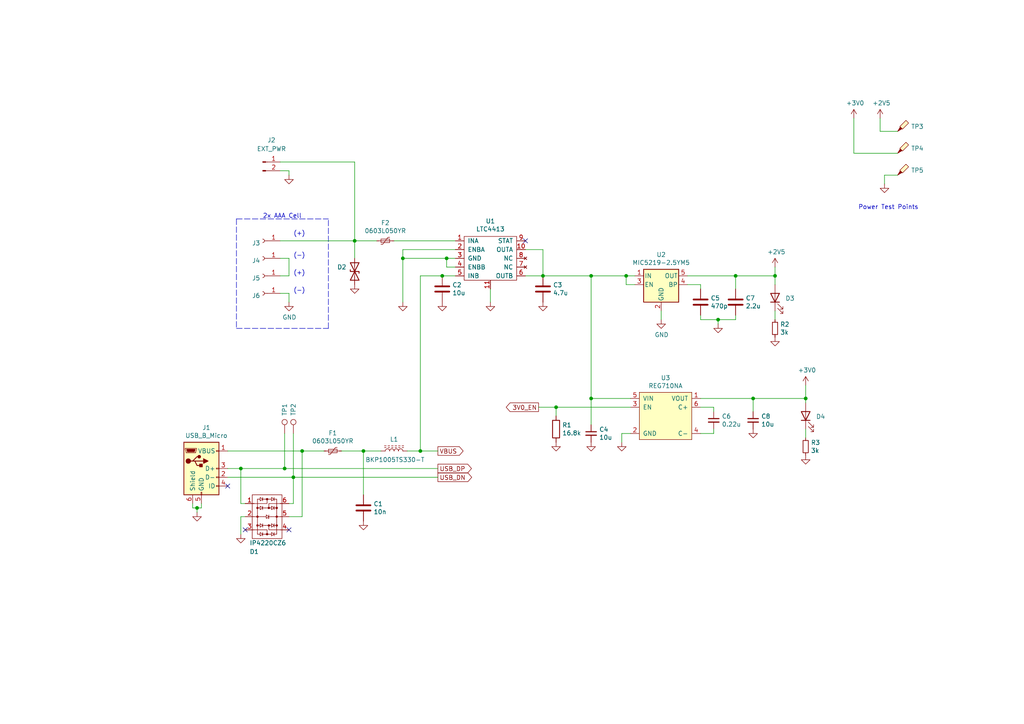
<source format=kicad_sch>
(kicad_sch (version 20211123) (generator eeschema)
  (paper "A4")
  (title_block (title "BitMasher - Power") (date "2021-04-18") (rev "P2") (company "MeoWorkshop/Nyankichi Works"))
  (lib_symbols
    (symbol "Connector:Conn_01x01_Female" (pin_names (offset 1.016) hide)
      (property "Reference" "J" (at 0 2.54 0))
      (property "Value" "Conn_01x01_Female" (at 0 -2.54 0))
      (symbol "Conn_01x01_Female_1_1"
        (polyline (pts (xy -1.27 0) (xy -0.508 0)) (stroke (width 0.1524)))
        (arc (start 0 0.508) (mid -0.508 0) (end 0 -0.508) (stroke (width 0.1524)))
        (pin passive line (at -5.08 0 0) (length 3.81) (name "Pin_1") (number "1"))
      )
    )
    (symbol "Connector:Conn_01x02_Male" (pin_names (offset 1.016) hide)
      (property "Reference" "J" (at 0 2.54 0))
      (property "Value" "Conn_01x02_Male" (at 0 -5.08 0))
      (symbol "Conn_01x02_Male_1_1"
        (polyline (pts (xy 1.27 -2.54) (xy 0.8636 -2.54)) (stroke (width 0.1524)))
        (polyline (pts (xy 1.27 0) (xy 0.8636 0)) (stroke (width 0.1524)))
        (rectangle (start 0.8636 -2.413) (end 0 -2.667) (stroke (width 0.1524)) (fill (type outline)))
        (rectangle (start 0.8636 0.127) (end 0 -0.127) (stroke (width 0.1524)) (fill (type outline)))
        (pin passive line (at 5.08 0 180) (length 3.81) (name "Pin_1") (number "1"))
        (pin passive line (at 5.08 -2.54 180) (length 3.81) (name "Pin_2") (number "2"))
      )
    )
    (symbol "Connector:TestPoint" (pin_numbers hide) (pin_names (offset 0.762) hide)
      (property "Reference" "TP" (at 0 6.858 0))
      (property "Value" "TestPoint" (at 0 5.08 0))
      (symbol "TestPoint_0_1"
        (circle (center 0 3.302) (radius 0.762))
      )
      (symbol "TestPoint_1_1"
        (pin passive line (at 0 0 90) (length 2.54) (name "1") (number "1"))
      )
    )
    (symbol "Connector:TestPoint_Probe" (pin_numbers hide) (pin_names (offset 0.762) hide)
      (property "Reference" "TP" (at 1.651 5.842 0))
      (property "Value" "TestPoint_Probe" (at 1.651 4.064 0))
      (symbol "TestPoint_Probe_0_1"
        (polyline (pts (xy 1.27 0.762) (xy 0 0) (xy 0.762 1.27) (xy 1.27 0.762)) (fill (type outline)))
        (polyline (pts (xy 1.397 0.635) (xy 0.635 1.397) (xy 2.413 3.175) (xy 3.175 2.413) (xy 1.397 0.635)) (fill (type background)))
      )
      (symbol "TestPoint_Probe_1_1"
        (pin passive line (at 0 0 90) (length 0) (name "1") (number "1"))
      )
    )
    (symbol "Connector:USB_B_Micro" (pin_names (offset 1.016))
      (property "Reference" "J" (at -5.08 11.43 0))
      (property "Value" "USB_B_Micro" (at -5.08 8.89 0))
      (symbol "USB_B_Micro_0_1"
        (rectangle (start -5.08 -7.62) (end 5.08 7.62) (stroke (width 0.254)) (fill (type background)))
        (circle (center -3.81 2.159) (radius 0.635) (stroke (width 0.254)) (fill (type outline)))
        (circle (center -0.635 3.429) (radius 0.381) (stroke (width 0.254)) (fill (type outline)))
        (rectangle (start -0.127 -7.62) (end 0.127 -6.858))
        (polyline (pts (xy -1.905 2.159) (xy 0.635 2.159)) (stroke (width 0.254)))
        (polyline (pts (xy -3.175 2.159) (xy -2.54 2.159) (xy -1.27 3.429) (xy -0.635 3.429)) (stroke (width 0.254)))
        (polyline (pts (xy -2.54 2.159) (xy -1.905 2.159) (xy -1.27 0.889) (xy 0 0.889)) (stroke (width 0.254)))
        (polyline (pts (xy 0.635 2.794) (xy 0.635 1.524) (xy 1.905 2.159) (xy 0.635 2.794)) (stroke (width 0.254)) (fill (type outline)))
        (polyline (pts (xy -4.318 5.588) (xy -1.778 5.588) (xy -2.032 4.826) (xy -4.064 4.826) (xy -4.318 5.588)) (fill (type outline)))
        (polyline (pts (xy -4.699 5.842) (xy -4.699 5.588) (xy -4.445 4.826) (xy -4.445 4.572) (xy -1.651 4.572) (xy -1.651 4.826) (xy -1.397 5.588) (xy -1.397 5.842) (xy -4.699 5.842)))
        (rectangle (start 0.254 1.27) (end -0.508 0.508) (stroke (width 0.254)) (fill (type outline)))
        (rectangle (start 5.08 -5.207) (end 4.318 -4.953))
        (rectangle (start 5.08 -2.667) (end 4.318 -2.413))
        (rectangle (start 5.08 -0.127) (end 4.318 0.127))
        (rectangle (start 5.08 4.953) (end 4.318 5.207))
      )
      (symbol "USB_B_Micro_1_1"
        (pin power_out line (at 7.62 5.08 180) (length 2.54) (name "VBUS") (number "1"))
        (pin bidirectional line (at 7.62 -2.54 180) (length 2.54) (name "D-") (number "2"))
        (pin bidirectional line (at 7.62 0 180) (length 2.54) (name "D+") (number "3"))
        (pin passive line (at 7.62 -5.08 180) (length 2.54) (name "ID") (number "4"))
        (pin power_out line (at 0 -10.16 90) (length 2.54) (name "GND") (number "5"))
        (pin passive line (at -2.54 -10.16 90) (length 2.54) (name "Shield") (number "6"))
      )
    )
    (symbol "Device:C" (pin_numbers hide) (pin_names (offset 0.254))
      (property "Reference" "C" (at 0.635 2.54 0))
      (property "Value" "C" (at 0.635 -2.54 0))
      (symbol "C_0_1"
        (polyline (pts (xy -2.032 -0.762) (xy 2.032 -0.762)) (stroke (width 0.508)))
        (polyline (pts (xy -2.032 0.762) (xy 2.032 0.762)) (stroke (width 0.508)))
      )
      (symbol "C_1_1"
        (pin passive line (at 0 3.81 270) (length 2.794) (name "~") (number "1"))
        (pin passive line (at 0 -3.81 90) (length 2.794) (name "~") (number "2"))
      )
    )
    (symbol "Device:C_Small" (pin_numbers hide) (pin_names (offset 0.254) hide)
      (property "Reference" "C" (at 0.254 1.778 0))
      (property "Value" "C_Small" (at 0.254 -2.032 0))
      (symbol "C_Small_0_1"
        (polyline (pts (xy -1.524 -0.508) (xy 1.524 -0.508)) (stroke (width 0.3302)))
        (polyline (pts (xy -1.524 0.508) (xy 1.524 0.508)) (stroke (width 0.3048)))
      )
      (symbol "C_Small_1_1"
        (pin passive line (at 0 2.54 270) (length 2.032) (name "~") (number "1"))
        (pin passive line (at 0 -2.54 90) (length 2.032) (name "~") (number "2"))
      )
    )
    (symbol "Device:D_TVS" (pin_numbers hide) (pin_names (offset 1.016) hide)
      (property "Reference" "D" (at 0 2.54 0))
      (property "Value" "D_TVS" (at 0 -2.54 0))
      (symbol "D_TVS_0_1"
        (polyline (pts (xy 1.27 0) (xy -1.27 0)))
        (polyline (pts (xy 0.508 1.27) (xy 0 1.27) (xy 0 -1.27) (xy -0.508 -1.27)) (stroke (width 0.254)))
        (polyline (pts (xy -2.54 1.27) (xy -2.54 -1.27) (xy 2.54 1.27) (xy 2.54 -1.27) (xy -2.54 1.27)) (stroke (width 0.254)))
      )
      (symbol "D_TVS_1_1"
        (pin passive line (at -3.81 0 0) (length 2.54) (name "A1") (number "1"))
        (pin passive line (at 3.81 0 180) (length 2.54) (name "A2") (number "2"))
      )
    )
    (symbol "Device:LED" (pin_numbers hide) (pin_names (offset 1.016) hide)
      (property "Reference" "D" (at 0 2.54 0))
      (property "Value" "LED" (at 0 -2.54 0))
      (symbol "LED_0_1"
        (polyline (pts (xy -1.27 -1.27) (xy -1.27 1.27)) (stroke (width 0.254)))
        (polyline (pts (xy -1.27 0) (xy 1.27 0)))
        (polyline (pts (xy 1.27 -1.27) (xy 1.27 1.27) (xy -1.27 0) (xy 1.27 -1.27)) (stroke (width 0.254)))
        (polyline (pts (xy -3.048 -0.762) (xy -4.572 -2.286) (xy -3.81 -2.286) (xy -4.572 -2.286) (xy -4.572 -1.524)))
        (polyline (pts (xy -1.778 -0.762) (xy -3.302 -2.286) (xy -2.54 -2.286) (xy -3.302 -2.286) (xy -3.302 -1.524)))
      )
      (symbol "LED_1_1"
        (pin passive line (at -3.81 0 0) (length 2.54) (name "K") (number "1"))
        (pin passive line (at 3.81 0 180) (length 2.54) (name "A") (number "2"))
      )
    )
    (symbol "Device:L_Core_Ferrite" (pin_numbers hide) (pin_names (offset 1.016) hide)
      (property "Reference" "L" (at -1.27 0 90))
      (property "Value" "Device_L_Core_Ferrite" (at 2.794 0 90))
      (symbol "L_Core_Ferrite_0_1"
        (arc (start 0 -2.54) (mid 0.635 -1.905) (end 0 -1.27))
        (arc (start 0 -1.27) (mid 0.635 -0.635) (end 0 0))
        (polyline (pts (xy 1.016 -2.794) (xy 1.016 -2.286)))
        (polyline (pts (xy 1.016 -1.778) (xy 1.016 -1.27)))
        (polyline (pts (xy 1.016 -0.762) (xy 1.016 -0.254)))
        (polyline (pts (xy 1.016 0.254) (xy 1.016 0.762)))
        (polyline (pts (xy 1.016 1.27) (xy 1.016 1.778)))
        (polyline (pts (xy 1.016 2.286) (xy 1.016 2.794)))
        (polyline (pts (xy 1.524 -2.286) (xy 1.524 -2.794)))
        (polyline (pts (xy 1.524 -1.27) (xy 1.524 -1.778)))
        (polyline (pts (xy 1.524 -0.254) (xy 1.524 -0.762)))
        (polyline (pts (xy 1.524 0.762) (xy 1.524 0.254)))
        (polyline (pts (xy 1.524 1.778) (xy 1.524 1.27)))
        (polyline (pts (xy 1.524 2.794) (xy 1.524 2.286)))
        (arc (start 0 0) (mid 0.635 0.635) (end 0 1.27))
        (arc (start 0 1.27) (mid 0.635 1.905) (end 0 2.54))
      )
      (symbol "L_Core_Ferrite_1_1"
        (pin passive line (at 0 3.81 270) (length 1.27) (name "1") (number "1"))
        (pin passive line (at 0 -3.81 90) (length 1.27) (name "2") (number "2"))
      )
    )
    (symbol "Device:Polyfuse_Small" (pin_numbers hide) (pin_names (offset 0))
      (property "Reference" "F" (at -1.905 0 90))
      (property "Value" "Polyfuse_Small" (at 1.905 0 90))
      (symbol "Polyfuse_Small_0_1"
        (rectangle (start -0.508 1.27) (end 0.508 -1.27))
        (polyline (pts (xy 0 2.54) (xy 0 -2.54)))
        (polyline (pts (xy -1.016 1.27) (xy -1.016 0.762) (xy 1.016 -0.762) (xy 1.016 -1.27)))
      )
      (symbol "Polyfuse_Small_1_1"
        (pin passive line (at 0 2.54 270) (length 0.635) (name "~") (number "1"))
        (pin passive line (at 0 -2.54 90) (length 0.635) (name "~") (number "2"))
      )
    )
    (symbol "Device:R" (pin_numbers hide) (pin_names (offset 0))
      (property "Reference" "R" (at 2.032 0 90))
      (property "Value" "R" (at 0 0 90))
      (symbol "R_0_1"
        (rectangle (start -1.016 -2.54) (end 1.016 2.54) (stroke (width 0.254)))
      )
      (symbol "R_1_1"
        (pin passive line (at 0 3.81 270) (length 1.27) (name "~") (number "1"))
        (pin passive line (at 0 -3.81 90) (length 1.27) (name "~") (number "2"))
      )
    )
    (symbol "Device:R_Small" (pin_numbers hide) (pin_names (offset 0.254) hide)
      (property "Reference" "R" (at 0.762 0.508 0))
      (property "Value" "R_Small" (at 0.762 -1.016 0))
      (symbol "R_Small_0_1"
        (rectangle (start -0.762 1.778) (end 0.762 -1.778) (stroke (width 0.2032)))
      )
      (symbol "R_Small_1_1"
        (pin passive line (at 0 2.54 270) (length 0.762) (name "~") (number "1"))
        (pin passive line (at 0 -2.54 90) (length 0.762) (name "~") (number "2"))
      )
    )
    (symbol "Power_Protection:IP4220CZ6" (pin_names (offset 1.016))
      (property "Reference" "D" (at 7.62 -1.524 0))
      (property "Value" "Power_Protection_IP4220CZ6" (at 12.192 -3.81 0))
      (symbol "IP4220CZ6_0_1"
        (rectangle (start -6.35 4.318) (end 6.35 -4.318))
        (circle (center -5.08 0) (radius 0.254) (fill (type outline)))
        (circle (center -2.54 -2.794) (radius 0.254) (fill (type outline)))
        (circle (center -2.54 0.508) (radius 0.254) (fill (type outline)))
        (circle (center -2.54 2.794) (radius 0.254) (fill (type outline)))
        (circle (center 0 -2.794) (radius 0.254) (fill (type outline)))
        (polyline (pts (xy -5.08 -2.794) (xy 5.08 -2.794)))
        (polyline (pts (xy -5.08 0.508) (xy -5.08 -0.508)) (fill (type outline)))
        (polyline (pts (xy -5.08 2.794) (xy 5.08 2.794)))
        (polyline (pts (xy -3.048 2.032) (xy -2.032 2.032)))
        (polyline (pts (xy -2.54 0.508) (xy -2.54 -0.508)))
        (polyline (pts (xy -2.54 1.27) (xy -2.54 0.508)))
        (polyline (pts (xy -2.54 2.032) (xy -2.54 2.794)))
        (polyline (pts (xy 0 -2.794) (xy 0 -3.81)))
        (polyline (pts (xy 0 -1.016) (xy 0 -2.794)))
        (polyline (pts (xy 0 2.794) (xy 0 1.27)))
        (polyline (pts (xy 0 3.81) (xy 0 2.794)))
        (polyline (pts (xy 0.508 0.508) (xy 0.508 0.254)))
        (polyline (pts (xy 2.54 0.508) (xy 2.54 -0.508)))
        (polyline (pts (xy 5.08 0.508) (xy 5.08 -0.508)))
        (polyline (pts (xy -5.08 0) (xy -3.81 0) (xy -3.81 -3.81)))
        (polyline (pts (xy -3.81 3.81) (xy -3.81 0.508) (xy -2.54 0.508)))
        (polyline (pts (xy 3.81 3.81) (xy 3.81 0.508) (xy 2.54 0.508)))
        (polyline (pts (xy 5.08 0) (xy 3.81 0) (xy 3.81 -3.81)))
        (polyline (pts (xy -2.54 2.032) (xy -3.048 1.27) (xy -2.032 1.27) (xy -2.54 2.032)))
        (circle (center 0 2.794) (radius 0.254) (fill (type outline)))
        (circle (center 2.54 -2.794) (radius 0.254) (fill (type outline)))
        (circle (center 2.54 0.508) (radius 0.254) (fill (type outline)))
        (circle (center 2.54 2.794) (radius 0.254) (fill (type outline)))
        (circle (center 5.08 0) (radius 0.254) (fill (type outline)))
      )
      (symbol "IP4220CZ6_1_1"
        (polyline (pts (xy -5.588 -1.27) (xy -4.572 -1.27)))
        (polyline (pts (xy -5.588 2.032) (xy -4.572 2.032)))
        (polyline (pts (xy -5.08 -2.032) (xy -5.08 -2.794)))
        (polyline (pts (xy -5.08 -1.27) (xy -5.08 -0.508)))
        (polyline (pts (xy -5.08 1.27) (xy -5.08 0.508)))
        (polyline (pts (xy -5.08 2.032) (xy -5.08 2.794)))
        (polyline (pts (xy -3.048 -1.27) (xy -2.032 -1.27)))
        (polyline (pts (xy -2.54 -2.032) (xy -2.54 -2.794)))
        (polyline (pts (xy -2.54 -1.27) (xy -2.54 -0.508)))
        (polyline (pts (xy -0.508 0.508) (xy 0.508 0.508)))
        (polyline (pts (xy 0 -0.254) (xy 0 -1.016)))
        (polyline (pts (xy 0 0.508) (xy 0 1.27)))
        (polyline (pts (xy 2.032 -1.27) (xy 3.048 -1.27)))
        (polyline (pts (xy 2.032 2.032) (xy 3.048 2.032)))
        (polyline (pts (xy 2.54 -2.032) (xy 2.54 -2.794)))
        (polyline (pts (xy 2.54 -1.27) (xy 2.54 -0.508)))
        (polyline (pts (xy 2.54 1.27) (xy 2.54 0.508)))
        (polyline (pts (xy 2.54 2.032) (xy 2.54 2.794)))
        (polyline (pts (xy 4.572 -1.27) (xy 5.588 -1.27)))
        (polyline (pts (xy 4.572 2.032) (xy 5.588 2.032)))
        (polyline (pts (xy 5.08 -2.032) (xy 5.08 -2.794)))
        (polyline (pts (xy 5.08 -1.27) (xy 5.08 -0.508)))
        (polyline (pts (xy 5.08 1.27) (xy 5.08 0.508)))
        (polyline (pts (xy 5.08 2.032) (xy 5.08 2.794)))
        (polyline (pts (xy -5.08 -1.27) (xy -5.588 -2.032) (xy -4.572 -2.032) (xy -5.08 -1.27)))
        (polyline (pts (xy -5.08 2.032) (xy -5.588 1.27) (xy -4.572 1.27) (xy -5.08 2.032)))
        (polyline (pts (xy -2.54 -1.27) (xy -3.048 -2.032) (xy -2.032 -2.032) (xy -2.54 -1.27)))
        (polyline (pts (xy 0 0.508) (xy -0.508 -0.254) (xy 0.508 -0.254) (xy 0 0.508)))
        (polyline (pts (xy 2.54 -1.27) (xy 2.032 -2.032) (xy 3.048 -2.032) (xy 2.54 -1.27)))
        (polyline (pts (xy 2.54 2.032) (xy 2.032 1.27) (xy 3.048 1.27) (xy 2.54 2.032)))
        (polyline (pts (xy 5.08 -1.27) (xy 4.572 -2.032) (xy 5.588 -2.032) (xy 5.08 -1.27)))
        (polyline (pts (xy 5.08 2.032) (xy 4.572 1.27) (xy 5.588 1.27) (xy 5.08 2.032)))
        (pin passive line (at -3.81 -6.35 90) (length 2.54) (name "~") (number "1"))
        (pin passive line (at 0 -6.35 90) (length 2.54) (name "~") (number "2"))
        (pin passive line (at 3.81 -6.35 90) (length 2.54) (name "~") (number "3"))
        (pin passive line (at 3.81 6.35 270) (length 2.54) (name "~") (number "4"))
        (pin passive line (at 0 6.35 270) (length 2.54) (name "~") (number "5"))
        (pin passive line (at -3.81 6.35 270) (length 2.54) (name "~") (number "6"))
      )
    )
    (symbol "Power_Supervisor:LTC4413" (pin_names (offset 1.016))
      (property "Reference" "U" (at 0 10.16 0))
      (property "Value" "Power_Supervisor_LTC4413" (at 0 7.62 0))
      (symbol "LTC4413_0_1"
        (rectangle (start -7.62 6.35) (end 7.62 -6.35))
      )
      (symbol "LTC4413_1_1"
        (pin input line (at -10.16 5.08 0) (length 2.54) (name "INA") (number "1"))
        (pin bidirectional line (at 10.16 2.54 180) (length 2.54) (name "OUTA") (number "10"))
        (pin input line (at 0 -8.89 90) (length 2.54) (name "~") (number "11"))
        (pin input line (at -10.16 2.54 0) (length 2.54) (name "ENBA") (number "2"))
        (pin input line (at -10.16 0 0) (length 2.54) (name "GND") (number "3"))
        (pin input line (at -10.16 -2.54 0) (length 2.54) (name "ENBB") (number "4"))
        (pin input line (at -10.16 -5.08 0) (length 2.54) (name "INB") (number "5"))
        (pin bidirectional line (at 10.16 -5.08 180) (length 2.54) (name "OUTB") (number "6"))
        (pin no_connect line (at 10.16 -2.54 180) (length 2.54) (name "NC") (number "7"))
        (pin no_connect line (at 10.16 0 180) (length 2.54) (name "NC") (number "8"))
        (pin input line (at 10.16 5.08 180) (length 2.54) (name "STAT") (number "9"))
      )
    )
    (symbol "Regulator_Linear:MIC5219-2.5YM5" (pin_names (offset 0.254))
      (property "Reference" "U" (at -3.81 5.715 0))
      (property "Value" "MIC5219-2.5YM5" (at 0 5.715 0))
      (symbol "MIC5219-2.5YM5_0_1"
        (rectangle (start -5.08 4.445) (end 5.08 -5.08) (stroke (width 0.254)) (fill (type background)))
      )
      (symbol "MIC5219-2.5YM5_1_1"
        (pin power_in line (at -7.62 2.54 0) (length 2.54) (name "IN") (number "1"))
        (pin power_in line (at 0 -7.62 90) (length 2.54) (name "GND") (number "2"))
        (pin input line (at -7.62 0 0) (length 2.54) (name "EN") (number "3"))
        (pin input line (at 7.62 0 180) (length 2.54) (name "BP") (number "4"))
        (pin power_out line (at 7.62 2.54 180) (length 2.54) (name "OUT") (number "5"))
      )
    )
    (symbol "Regulator_SwitchedCapacitor:REG710NA" (pin_names (offset 1.016))
      (property "Reference" "U" (at -1.016 8.89 0))
      (property "Value" "Regulator_SwitchedCapacitor_REG710NA" (at 0 -8.382 0))
      (symbol "REG710NA_0_1"
        (rectangle (start -7.62 6.858) (end 7.62 -6.858) (fill (type background)))
      )
      (symbol "REG710NA_1_1"
        (pin power_out line (at 10.16 5.08 180) (length 2.54) (name "VOUT") (number "1"))
        (pin power_out line (at -10.16 -5.08 0) (length 2.54) (name "GND") (number "2"))
        (pin bidirectional line (at -10.16 2.54 0) (length 2.54) (name "EN") (number "3"))
        (pin input line (at 10.16 -5.08 180) (length 2.54) (name "C-") (number "4"))
        (pin power_in line (at -10.16 5.08 0) (length 2.54) (name "VIN") (number "5"))
        (pin input line (at 10.16 2.54 180) (length 2.54) (name "C+") (number "6"))
      )
    )
    (symbol "power:+2V5" (power) (pin_names (offset 0))
      (property "Value" "+2V5" (at 0 3.556 0))
      (symbol "+2V5_0_1"
        (polyline (pts (xy -0.762 1.27) (xy 0 2.54)))
        (polyline (pts (xy 0 0) (xy 0 2.54)))
        (polyline (pts (xy 0 2.54) (xy 0.762 1.27)))
      )
      (symbol "+2V5_1_1"
        (pin power_in line (at 0 0 90) (length 0) hide (name "+2V5") (number "1"))
      )
    )
    (symbol "power:+3V0" (power) (pin_names (offset 0))
      (property "Value" "+3V0" (at 0 3.556 0))
      (symbol "+3V0_0_1"
        (polyline (pts (xy -0.762 1.27) (xy 0 2.54)))
        (polyline (pts (xy 0 0) (xy 0 2.54)))
        (polyline (pts (xy 0 2.54) (xy 0.762 1.27)))
      )
      (symbol "+3V0_1_1"
        (pin power_in line (at 0 0 90) (length 0) hide (name "+3V0") (number "1"))
      )
    )
    (symbol "power:GND" (power) (pin_names (offset 0))
      (property "Value" "GND" (at 0 -3.81 0))
      (symbol "GND_0_1"
        (polyline (pts (xy 0 0) (xy 0 -1.27) (xy 1.27 -1.27) (xy 0 -2.54) (xy -1.27 -1.27) (xy 0 -1.27)))
      )
      (symbol "GND_1_1"
        (pin power_in line (at 0 0 270) (length 0) hide (name "GND") (number "1"))
      )
    )
  )
  (junction (at 116.84 74.93))
  (junction (at 105.41 130.81))
  (junction (at 233.68 115.57))
  (junction (at 208.28 92.71))
  (junction (at 224.79 80.01))
  (junction (at 85.09 138.43))
  (junction (at 57.15 147.32))
  (junction (at 102.87 69.85))
  (junction (at 129.54 74.93))
  (junction (at 121.92 130.81))
  (junction (at 218.44 115.57))
  (junction (at 213.36 80.01))
  (junction (at 128.27 80.01))
  (junction (at 82.55 135.89))
  (junction (at 171.45 80.01))
  (junction (at 87.63 130.81))
  (junction (at 171.45 115.57))
  (junction (at 181.61 80.01))
  (junction (at 161.29 118.11))
  (junction (at 69.85 135.89))
  (junction (at 157.48 80.01))
  (no_connect (at 152.4 69.85))
  (no_connect (at 83.82 153.67))
  (no_connect (at 71.12 153.67))
  (no_connect (at 66.04 140.97))
  (wire (pts (xy 58.42 147.32) (xy 58.42 146.05)))
  (wire (pts (xy 255.27 34.29) (xy 255.27 38.1)))
  (wire (pts (xy 87.63 149.86) (xy 87.63 130.81)))
  (wire (pts (xy 208.28 92.71) (xy 208.28 93.98)))
  (wire (pts (xy 180.34 125.73) (xy 180.34 128.27)))
  (wire (pts (xy 255.27 38.1) (xy 260.35 38.1)))
  (wire (pts (xy 116.84 72.39) (xy 132.08 72.39)))
  (wire (pts (xy 184.15 82.55) (xy 181.61 82.55)))
  (wire (pts (xy 224.79 90.17) (xy 224.79 92.71)))
  (polyline (pts (xy 68.58 95.25) (xy 95.25 95.25)))
  (wire (pts (xy 157.48 72.39) (xy 157.48 80.01)))
  (wire (pts (xy 81.28 85.09) (xy 83.82 85.09)))
  (wire (pts (xy 199.39 82.55) (xy 203.2 82.55)))
  (wire (pts (xy 83.82 74.93) (xy 81.28 74.93)))
  (wire (pts (xy 121.92 80.01) (xy 128.27 80.01)))
  (wire (pts (xy 171.45 115.57) (xy 182.88 115.57)))
  (wire (pts (xy 161.29 118.11) (xy 182.88 118.11)))
  (wire (pts (xy 55.88 147.32) (xy 57.15 147.32)))
  (wire (pts (xy 152.4 72.39) (xy 157.48 72.39)))
  (wire (pts (xy 171.45 123.19) (xy 171.45 115.57)))
  (wire (pts (xy 157.48 80.01) (xy 171.45 80.01)))
  (wire (pts (xy 218.44 115.57) (xy 233.68 115.57)))
  (wire (pts (xy 69.85 146.05) (xy 69.85 135.89)))
  (wire (pts (xy 213.36 92.71) (xy 213.36 91.44)))
  (wire (pts (xy 171.45 80.01) (xy 171.45 115.57)))
  (wire (pts (xy 55.88 146.05) (xy 55.88 147.32)))
  (wire (pts (xy 66.04 130.81) (xy 87.63 130.81)))
  (wire (pts (xy 81.28 49.53) (xy 83.82 49.53)))
  (wire (pts (xy 83.82 85.09) (xy 83.82 87.63)))
  (wire (pts (xy 116.84 74.93) (xy 116.84 87.63)))
  (wire (pts (xy 102.87 69.85) (xy 109.22 69.85)))
  (wire (pts (xy 69.85 135.89) (xy 82.55 135.89)))
  (wire (pts (xy 247.65 44.45) (xy 260.35 44.45)))
  (wire (pts (xy 57.15 147.32) (xy 58.42 147.32)))
  (wire (pts (xy 116.84 74.93) (xy 129.54 74.93)))
  (polyline (pts (xy 95.25 95.25) (xy 95.25 63.5)))
  (wire (pts (xy 224.79 77.47) (xy 224.79 80.01)))
  (wire (pts (xy 213.36 80.01) (xy 224.79 80.01)))
  (wire (pts (xy 114.3 69.85) (xy 132.08 69.85)))
  (wire (pts (xy 121.92 130.81) (xy 127 130.81)))
  (wire (pts (xy 181.61 80.01) (xy 184.15 80.01)))
  (wire (pts (xy 142.24 83.82) (xy 142.24 87.63)))
  (wire (pts (xy 81.28 46.99) (xy 102.87 46.99)))
  (wire (pts (xy 156.21 118.11) (xy 161.29 118.11)))
  (wire (pts (xy 260.35 50.8) (xy 256.54 50.8)))
  (wire (pts (xy 102.87 46.99) (xy 102.87 69.85)))
  (wire (pts (xy 207.01 124.46) (xy 207.01 125.73)))
  (wire (pts (xy 82.55 135.89) (xy 127 135.89)))
  (wire (pts (xy 208.28 92.71) (xy 213.36 92.71)))
  (wire (pts (xy 224.79 80.01) (xy 224.79 82.55)))
  (wire (pts (xy 203.2 92.71) (xy 208.28 92.71)))
  (wire (pts (xy 161.29 120.65) (xy 161.29 118.11)))
  (wire (pts (xy 233.68 124.46) (xy 233.68 127)))
  (wire (pts (xy 129.54 74.93) (xy 132.08 74.93)))
  (wire (pts (xy 182.88 125.73) (xy 180.34 125.73)))
  (polyline (pts (xy 68.58 63.5) (xy 68.58 95.25)))
  (wire (pts (xy 233.68 115.57) (xy 233.68 111.76)))
  (wire (pts (xy 66.04 138.43) (xy 85.09 138.43)))
  (wire (pts (xy 203.2 91.44) (xy 203.2 92.71)))
  (wire (pts (xy 83.82 80.01) (xy 83.82 74.93)))
  (wire (pts (xy 203.2 118.11) (xy 207.01 118.11)))
  (wire (pts (xy 121.92 80.01) (xy 121.92 130.81)))
  (wire (pts (xy 83.82 146.05) (xy 85.09 146.05)))
  (wire (pts (xy 129.54 77.47) (xy 129.54 74.93)))
  (wire (pts (xy 85.09 138.43) (xy 127 138.43)))
  (wire (pts (xy 256.54 50.8) (xy 256.54 53.34)))
  (wire (pts (xy 203.2 82.55) (xy 203.2 83.82)))
  (wire (pts (xy 207.01 125.73) (xy 203.2 125.73)))
  (wire (pts (xy 157.48 80.01) (xy 152.4 80.01)))
  (wire (pts (xy 128.27 80.01) (xy 132.08 80.01)))
  (wire (pts (xy 99.06 130.81) (xy 105.41 130.81)))
  (wire (pts (xy 171.45 80.01) (xy 181.61 80.01)))
  (polyline (pts (xy 68.58 63.5) (xy 95.25 63.5)))
  (wire (pts (xy 203.2 115.57) (xy 218.44 115.57)))
  (wire (pts (xy 213.36 83.82) (xy 213.36 80.01)))
  (wire (pts (xy 66.04 135.89) (xy 69.85 135.89)))
  (wire (pts (xy 81.28 80.01) (xy 83.82 80.01)))
  (wire (pts (xy 218.44 115.57) (xy 218.44 119.38)))
  (wire (pts (xy 207.01 118.11) (xy 207.01 119.38)))
  (wire (pts (xy 57.15 147.32) (xy 57.15 148.59)))
  (wire (pts (xy 105.41 130.81) (xy 110.49 130.81)))
  (wire (pts (xy 102.87 74.93) (xy 102.87 69.85)))
  (wire (pts (xy 85.09 125.73) (xy 85.09 138.43)))
  (wire (pts (xy 83.82 49.53) (xy 83.82 50.8)))
  (wire (pts (xy 85.09 146.05) (xy 85.09 138.43)))
  (wire (pts (xy 129.54 77.47) (xy 132.08 77.47)))
  (wire (pts (xy 116.84 72.39) (xy 116.84 74.93)))
  (wire (pts (xy 69.85 149.86) (xy 69.85 154.94)))
  (wire (pts (xy 81.28 69.85) (xy 102.87 69.85)))
  (wire (pts (xy 247.65 34.29) (xy 247.65 44.45)))
  (wire (pts (xy 71.12 146.05) (xy 69.85 146.05)))
  (wire (pts (xy 82.55 125.73) (xy 82.55 135.89)))
  (wire (pts (xy 83.82 149.86) (xy 87.63 149.86)))
  (wire (pts (xy 87.63 130.81) (xy 93.98 130.81)))
  (wire (pts (xy 118.11 130.81) (xy 121.92 130.81)))
  (wire (pts (xy 71.12 149.86) (xy 69.85 149.86)))
  (wire (pts (xy 181.61 82.55) (xy 181.61 80.01)))
  (wire (pts (xy 199.39 80.01) (xy 213.36 80.01)))
  (wire (pts (xy 191.77 90.17) (xy 191.77 92.71)))
  (wire (pts (xy 105.41 130.81) (xy 105.41 143.51)))
  (wire (pts (xy 233.68 115.57) (xy 233.68 116.84)))
  (text "(-)" (at 85.09 74.93 0) (effects (font (size 1.27 1.27)) (justify left bottom)))
  (text "(-)" (at 85.09 85.09 0) (effects (font (size 1.27 1.27)) (justify left bottom)))
  (text "(+)" (at 85.09 68.58 0) (effects (font (size 1.27 1.27)) (justify left bottom)))
  (text "(+)" (at 85.09 80.01 0) (effects (font (size 1.27 1.27)) (justify left bottom)))
  (text "Power Test Points" (at 248.92 60.96 0) (effects (font (size 1.27 1.27)) (justify left bottom)))
  (text "2x AAA Cell" (at 76.2 63.5 0) (effects (font (size 1.27 1.27)) (justify left bottom)))
  (global_label "USB_DP" (shape output) (at 127 135.89 0) (property "Intersheet References" "${INTERSHEET_REFS}" (effects hide)))
  (global_label "USB_DN" (shape output) (at 127 138.43 0) (property "Intersheet References" "${INTERSHEET_REFS}" (effects hide)))
  (global_label "VBUS" (shape output) (at 127 130.81 0) (property "Intersheet References" "${INTERSHEET_REFS}" (effects hide)))
  (global_label "3V0_EN" (shape output) (at 156.21 118.11 180) (property "Intersheet References" "${INTERSHEET_REFS}" (effects hide)))
  (symbol (lib_id "power:GND") (at 83.82 87.63 0) (unit 1)
    (property "Reference" "#PWR04" (effects hide))
    (property "Value" "GND" (at 83.947 92.0242 0))
  )
  (symbol (lib_id "Connector:Conn_01x01_Female") (at 76.2 85.09 180) (unit 1)
    (property "Reference" "J6" (at 75.4888 85.7504 0) (effects (justify left)))
    (property "Value" "AAA Cell Mount" (effects hide))
    (property "Footprint" "Battery:BatteryHolder_Keystone_55" (effects hide))
  )
  (symbol (lib_id "Regulator_Linear:MIC5219-2.5YM5") (at 191.77 82.55 0) (unit 1)
    (property "Reference" "U2" (at 191.77 73.8632 0))
    (property "Value" "MIC5219-2.5YM5" (at 191.77 76.1746 0))
    (property "Footprint" "Package_TO_SOT_SMD:SOT-23-5" (effects hide))
    (property "Datasheet" "http://ww1.microchip.com/downloads/en/DeviceDoc/MIC5219-500mA-Peak-Output-LDO-Regulator-DS20006021A.pdf" (effects hide))
    (property "Digikey PN" "MIC5219-2.5YM5-TR" (effects hide))
  )
  (symbol (lib_id "Connector:Conn_01x01_Female") (at 76.2 80.01 180) (unit 1)
    (property "Reference" "J5" (at 75.4888 80.6704 0) (effects (justify left)))
    (property "Value" "AAA Cell Mount" (effects hide))
    (property "Footprint" "Battery:BatteryHolder_Keystone_55" (effects hide))
  )
  (symbol (lib_id "Connector:Conn_01x01_Female") (at 76.2 74.93 180) (unit 1)
    (property "Reference" "J4" (at 75.4888 75.5904 0) (effects (justify left)))
    (property "Value" "AAA Cell Mount" (effects hide))
    (property "Footprint" "Battery:BatteryHolder_Keystone_55" (effects hide))
  )
  (symbol (lib_id "Connector:Conn_01x01_Female") (at 76.2 69.85 180) (unit 1)
    (property "Reference" "J3" (at 75.4888 70.5104 0) (effects (justify left)))
    (property "Value" "AAA Cell Mount" (effects hide))
    (property "Footprint" "Battery:BatteryHolder_Keystone_55" (effects hide))
    (property "Manufacturer" "Keystone" (effects hide))
    (property "Mouser PN" "534-055" (effects hide))
  )
  (symbol (lib_id "Power_Supervisor:LTC4413") (at 142.24 74.93 0) (unit 1)
    (property "Reference" "U1" (at 142.24 64.135 0))
    (property "Value" "LTC4413" (at 142.24 66.4464 0))
    (property "Footprint" "Package_DFN_QFN:DFN-10-1EP_3x3mm_P0.5mm_EP1.65x2.38mm" (effects hide))
  )
  (symbol (lib_id "power:GND") (at 116.84 87.63 0) (unit 1)
    (property "Reference" "#PWR07" (effects hide))
    (property "Value" "GND" (effects hide))
  )
  (symbol (lib_id "power:GND") (at 191.77 92.71 0) (unit 1)
    (property "Reference" "#PWR014" (effects hide))
    (property "Value" "GND" (at 191.897 97.1042 0))
  )
  (symbol (lib_id "Device:C") (at 203.2 87.63 0) (unit 1)
    (property "Reference" "C5" (at 206.121 86.4616 0) (effects (justify left)))
    (property "Value" "470p" (at 206.121 88.773 0) (effects (justify left)))
    (property "Footprint" "Capacitor_SMD:C_0402_1005Metric" (effects hide))
  )
  (symbol (lib_id "power:GND") (at 128.27 87.63 0) (unit 1)
    (property "Reference" "#PWR08" (effects hide))
    (property "Value" "GND" (effects hide))
  )
  (symbol (lib_id "power:GND") (at 157.48 87.63 0) (unit 1)
    (property "Reference" "#PWR010" (effects hide))
    (property "Value" "GND" (effects hide))
  )
  (symbol (lib_id "power:+2V5") (at 224.79 77.47 0) (unit 1)
    (property "Reference" "#PWR017" (effects hide))
    (property "Value" "+2V5" (at 225.171 73.0758 0))
  )
  (symbol (lib_id "power:+3V0") (at 233.68 111.76 0) (unit 1)
    (property "Reference" "#PWR019" (effects hide))
    (property "Value" "+3V0" (at 234.061 107.3658 0))
  )
  (symbol (lib_id "power:GND") (at 180.34 128.27 0) (unit 1)
    (property "Reference" "#PWR013" (effects hide))
    (property "Value" "GND" (effects hide))
  )
  (symbol (lib_id "Device:C") (at 105.41 147.32 0) (unit 1)
    (property "Reference" "C1" (at 108.331 146.1516 0) (effects (justify left)))
    (property "Value" "10n" (at 108.331 148.463 0) (effects (justify left)))
    (property "Footprint" "Capacitor_SMD:C_0402_1005Metric" (effects hide))
  )
  (symbol (lib_id "Device:Polyfuse_Small") (at 111.76 69.85 270) (unit 1)
    (property "Reference" "F2" (at 111.76 64.643 90))
    (property "Value" "0603L050YR" (at 111.76 66.9544 90))
    (property "Footprint" "Fuse:Fuse_0603_1608Metric" (effects hide))
    (property "Digikey PN" "F4150CT-ND" (effects hide))
  )
  (symbol (lib_id "power:GND") (at 105.41 151.13 0) (unit 1)
    (property "Reference" "#PWR06" (effects hide))
    (property "Value" "GND" (effects hide))
  )
  (symbol (lib_id "Device:L_Core_Ferrite") (at 114.3 130.81 90) (unit 1)
    (property "Reference" "L1" (at 114.3 127.4318 90))
    (property "Value" "BKP1005TS330-T" (at 123.19 133.35 90) (effects (justify left)))
    (property "Footprint" "Inductor_SMD:L_0402_1005Metric" (effects hide))
    (property "Digikey PN" "587-3015-1-ND" (effects hide))
  )
  (symbol (lib_id "Device:Polyfuse_Small") (at 96.52 130.81 270) (unit 1)
    (property "Reference" "F1" (at 96.52 125.603 90))
    (property "Value" "0603L050YR" (at 96.52 127.9144 90))
    (property "Footprint" "Fuse:Fuse_0603_1608Metric" (effects hide))
    (property "Digikey PN" "F4150CT-ND" (effects hide))
  )
  (symbol (lib_id "power:GND") (at 142.24 87.63 0) (unit 1)
    (property "Reference" "#PWR09" (effects hide))
    (property "Value" "GND" (effects hide))
  )
  (symbol (lib_id "Connector:Conn_01x02_Male") (at 76.2 46.99 0) (unit 1)
    (property "Reference" "J2" (at 78.74 40.64 0))
    (property "Value" "EXT_PWR" (at 78.74 43.18 0))
    (property "Footprint" "Connector_PinHeader_2.54mm:PinHeader_1x02_P2.54mm_Vertical" (effects hide))
  )
  (symbol (lib_id "power:GND") (at 83.82 50.8 0) (unit 1)
    (property "Reference" "#PWR03" (effects hide))
    (property "Value" "GND" (effects hide))
  )
  (symbol (lib_id "power:GND") (at 57.15 148.59 0) (unit 1)
    (property "Reference" "#PWR01" (effects hide))
    (property "Value" "GND" (effects hide))
  )
  (symbol (lib_id "Regulator_SwitchedCapacitor:REG710NA") (at 193.04 120.65 0) (unit 1)
    (property "Reference" "U3" (at 193.04 109.601 0))
    (property "Value" "REG710NA" (at 193.04 111.9124 0))
    (property "Footprint" "Package_TO_SOT_SMD:TSOT-23-6" (effects hide))
    (property "Digikey PN" "296-12136-1-ND" (effects hide))
  )
  (symbol (lib_id "power:GND") (at 171.45 128.27 0) (unit 1)
    (property "Reference" "#PWR012" (effects hide))
    (property "Value" "GND" (effects hide))
  )
  (symbol (lib_id "Device:C_Small") (at 207.01 121.92 0) (unit 1)
    (property "Reference" "C6" (at 209.3468 120.7516 0) (effects (justify left)))
    (property "Value" "0.22u" (at 209.3468 123.063 0) (effects (justify left)))
    (property "Footprint" "Capacitor_SMD:C_0402_1005Metric" (effects hide))
  )
  (symbol (lib_id "Device:C_Small") (at 171.45 125.73 0) (unit 1)
    (property "Reference" "C4" (at 173.7868 124.5616 0) (effects (justify left)))
    (property "Value" "10u" (at 173.7868 126.873 0) (effects (justify left)))
    (property "Footprint" "Capacitor_SMD:C_0402_1005Metric" (effects hide))
  )
  (symbol (lib_id "Device:C_Small") (at 218.44 121.92 0) (unit 1)
    (property "Reference" "C8" (at 220.7768 120.7516 0) (effects (justify left)))
    (property "Value" "10u" (at 220.7768 123.063 0) (effects (justify left)))
    (property "Footprint" "Capacitor_SMD:C_0402_1005Metric" (effects hide))
  )
  (symbol (lib_id "power:GND") (at 218.44 124.46 0) (unit 1)
    (property "Reference" "#PWR016" (effects hide))
    (property "Value" "GND" (effects hide))
  )
  (symbol (lib_id "power:GND") (at 208.28 93.98 0) (unit 1)
    (property "Reference" "#PWR015" (effects hide))
    (property "Value" "GND" (effects hide))
  )
  (symbol (lib_id "Device:R") (at 161.29 124.46 0) (unit 1)
    (property "Reference" "R1" (at 163.068 123.2916 0) (effects (justify left)))
    (property "Value" "16.8k" (at 163.068 125.603 0) (effects (justify left)))
    (property "Footprint" "Resistor_SMD:R_0402_1005Metric" (effects hide))
  )
  (symbol (lib_id "power:GND") (at 161.29 128.27 0) (unit 1)
    (property "Reference" "#PWR011" (effects hide))
    (property "Value" "GND" (effects hide))
  )
  (symbol (lib_id "power:GND") (at 69.85 154.94 0) (unit 1)
    (property "Reference" "#PWR02" (effects hide))
    (property "Value" "GND" (effects hide))
  )
  (symbol (lib_id "Connector:TestPoint_Probe") (at 260.35 38.1 0) (unit 1)
    (property "Reference" "TP3" (at 264.2362 36.703 0) (effects (justify left)))
    (property "Value" "TestPoint_Probe" (effects hide))
    (property "Footprint" "TestPoint:TestPoint_Plated_Hole_D2.0mm" (effects hide))
  )
  (symbol (lib_id "Connector:TestPoint_Probe") (at 260.35 44.45 0) (unit 1)
    (property "Reference" "TP4" (at 264.2362 43.053 0) (effects (justify left)))
    (property "Value" "TestPoint_Probe" (effects hide))
    (property "Footprint" "TestPoint:TestPoint_Plated_Hole_D2.0mm" (effects hide))
  )
  (symbol (lib_id "Connector:TestPoint_Probe") (at 260.35 50.8 0) (unit 1)
    (property "Reference" "TP5" (at 264.2362 49.403 0) (effects (justify left)))
    (property "Value" "TestPoint_Probe" (effects hide))
    (property "Footprint" "TestPoint:TestPoint_Pad_D2.0mm" (effects hide))
  )
  (symbol (lib_id "power:+2V5") (at 255.27 34.29 0) (unit 1)
    (property "Reference" "#PWR022" (effects hide))
    (property "Value" "+2V5" (at 255.651 29.8958 0))
  )
  (symbol (lib_id "power:+3V0") (at 247.65 34.29 0) (unit 1)
    (property "Reference" "#PWR021" (effects hide))
    (property "Value" "+3V0" (at 248.031 29.8958 0))
  )
  (symbol (lib_id "power:GND") (at 256.54 53.34 0) (unit 1)
    (property "Reference" "#PWR023" (effects hide))
    (property "Value" "GND" (effects hide))
  )
  (symbol (lib_id "Connector:TestPoint") (at 82.55 125.73 0) (unit 1)
    (property "Reference" "TP1" (at 82.55 120.65 90) (effects (justify left)))
    (property "Value" "TestPoint" (effects hide))
    (property "Footprint" "TestPoint:TestPoint_Pad_D2.0mm" (effects hide))
  )
  (symbol (lib_id "Connector:TestPoint") (at 85.09 125.73 0) (unit 1)
    (property "Reference" "TP2" (at 85.09 120.65 90) (effects (justify left)))
    (property "Value" "TestPoint" (effects hide))
    (property "Footprint" "TestPoint:TestPoint_Pad_D2.0mm" (effects hide))
  )
  (symbol (lib_id "Device:C") (at 128.27 83.82 0) (unit 1)
    (property "Reference" "C2" (at 131.191 82.6516 0) (effects (justify left)))
    (property "Value" "10u" (at 131.191 84.963 0) (effects (justify left)))
    (property "Footprint" "Capacitor_SMD:C_0402_1005Metric" (effects hide))
  )
  (symbol (lib_id "Device:C") (at 157.48 83.82 0) (unit 1)
    (property "Reference" "C3" (at 160.401 82.6516 0) (effects (justify left)))
    (property "Value" "4.7u" (at 160.401 84.963 0) (effects (justify left)))
    (property "Footprint" "Capacitor_SMD:C_0402_1005Metric" (effects hide))
  )
  (symbol (lib_id "Device:C") (at 213.36 87.63 0) (unit 1)
    (property "Reference" "C7" (at 216.281 86.4616 0) (effects (justify left)))
    (property "Value" "2.2u" (at 216.281 88.773 0) (effects (justify left)))
    (property "Footprint" "Capacitor_SMD:C_0402_1005Metric" (effects hide))
  )
  (symbol (lib_id "Power_Protection:IP4220CZ6") (at 77.47 149.86 270) (unit 1)
    (property "Reference" "D1" (at 72.39 160.02 90) (effects (justify left)))
    (property "Value" "IP4220CZ6" (at 72.39 157.48 90) (effects (justify left)))
    (property "Footprint" "Package_TO_SOT_SMD:SOT-457" (effects hide))
    (property "Digikey PN" "1727-3578-1-ND" (effects hide))
  )
  (symbol (lib_id "Connector:USB_B_Micro") (at 58.42 135.89 0) (unit 1)
    (property "Reference" "J1" (at 59.8678 124.0282 0))
    (property "Value" "USB_B_Micro" (at 59.8678 126.3396 0))
    (property "Footprint" "Connector_USB:USB_Micro-B_Amphenol_10118194_Horizontal" (effects hide))
    (property "Digikey PN" "609-4618-1-ND" (effects hide))
  )
  (symbol (lib_id "Device:D_TVS") (at 102.87 78.74 270)
    (property "Reference" "D2" (at 97.79 77.47 90) (effects (justify left)))
    (property "Value" "DESDALC5LP-7B" (effects hide))
    (property "Footprint" "Diode_SMD:D_0402_1005Metric" (effects hide))
  )
  (symbol (lib_id "power:GND") (at 102.87 82.55 0)
    (property "Reference" "#PWR0101" (effects hide))
    (property "Value" "GND" (effects hide))
  )
  (symbol (lib_id "Device:LED") (at 224.79 86.36 90)
    (property "Reference" "D3" (at 227.7872 86.5378 90) (effects (justify right)))
    (property "Value" "LED" (effects hide))
    (property "Footprint" "LED_SMD:LED_0603_1608Metric" (effects hide))
    (property "Digikey PN" "754-1790-1-ND" (effects hide))
  )
  (symbol (lib_id "Device:R_Small") (at 224.79 95.25 0)
    (property "Reference" "R2" (at 226.2886 94.0816 0) (effects (justify left)))
    (property "Value" "3k" (at 226.2886 96.393 0) (effects (justify left)))
    (property "Footprint" "Resistor_SMD:R_0402_1005Metric" (effects hide))
  )
  (symbol (lib_id "power:GND") (at 224.79 97.79 0)
    (property "Reference" "#PWR018" (effects hide))
    (property "Value" "GND" (effects hide))
  )
  (symbol (lib_id "Device:LED") (at 233.68 120.65 90)
    (property "Reference" "D4" (at 236.6772 120.8278 90) (effects (justify right)))
    (property "Value" "LED" (effects hide))
    (property "Footprint" "LED_SMD:LED_0603_1608Metric" (effects hide))
  )
  (symbol (lib_id "Device:R_Small") (at 233.68 129.54 0)
    (property "Reference" "R3" (at 235.1786 128.3716 0) (effects (justify left)))
    (property "Value" "3k" (at 235.1786 130.683 0) (effects (justify left)))
    (property "Footprint" "Resistor_SMD:R_0402_1005Metric" (effects hide))
  )
  (symbol (lib_id "power:GND") (at 233.68 132.08 0)
    (property "Reference" "#PWR020" (effects hide))
    (property "Value" "GND" (effects hide))
  )
)
</source>
